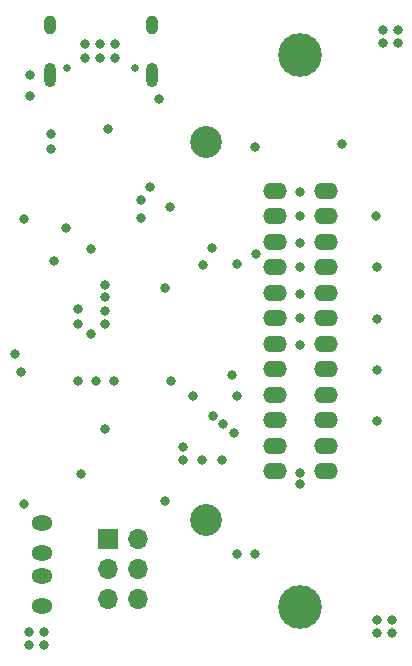
<source format=gbs>
%TF.GenerationSoftware,KiCad,Pcbnew,8.0.5*%
%TF.CreationDate,2024-10-26T16:59:59+13:00*%
%TF.ProjectId,usb_gpib_v2,7573625f-6770-4696-925f-76322e6b6963,C*%
%TF.SameCoordinates,Original*%
%TF.FileFunction,Soldermask,Bot*%
%TF.FilePolarity,Negative*%
%FSLAX46Y46*%
G04 Gerber Fmt 4.6, Leading zero omitted, Abs format (unit mm)*
G04 Created by KiCad (PCBNEW 8.0.5) date 2024-10-26 16:59:59*
%MOMM*%
%LPD*%
G01*
G04 APERTURE LIST*
%ADD10C,2.700000*%
%ADD11O,1.800000X1.300000*%
%ADD12C,0.650000*%
%ADD13O,1.000000X2.100000*%
%ADD14O,1.000000X1.600000*%
%ADD15O,2.000000X1.400000*%
%ADD16C,3.700000*%
%ADD17R,1.700000X1.700000*%
%ADD18O,1.700000X1.700000*%
%ADD19C,0.800000*%
G04 APERTURE END LIST*
D10*
%TO.C,H1*%
X115000000Y-108000800D03*
%TD*%
%TO.C,H2*%
X115000000Y-75996800D03*
%TD*%
D11*
%TO.C,LED2*%
X101092000Y-115296000D03*
X101092000Y-112766000D03*
%TD*%
D12*
%TO.C,J2*%
X108990000Y-69775000D03*
X103210000Y-69775000D03*
D13*
X110420000Y-70305000D03*
D14*
X110420000Y-66125000D03*
D13*
X101780000Y-70305000D03*
D14*
X101780000Y-66125000D03*
%TD*%
D11*
%TO.C,LED3*%
X101092000Y-110770000D03*
X101092000Y-108240000D03*
%TD*%
D15*
%TO.C,J1*%
X120855000Y-103880000D03*
X120855000Y-101720000D03*
X120855000Y-99560000D03*
X120855000Y-97400000D03*
X120855000Y-95240000D03*
X120855000Y-93080000D03*
X120855000Y-90920000D03*
X120855000Y-88760000D03*
X120855000Y-86600000D03*
X120855000Y-84440000D03*
X120855000Y-82280000D03*
X120855000Y-80120000D03*
X125145000Y-103880000D03*
X125145000Y-101720000D03*
X125145000Y-99560000D03*
X125145000Y-97400000D03*
X125145000Y-95240000D03*
X125145000Y-93080000D03*
X125145000Y-90920000D03*
X125145000Y-88760000D03*
X125145000Y-86600000D03*
X125145000Y-84440000D03*
X125145000Y-82280000D03*
X125145000Y-80120000D03*
D16*
X123000000Y-115400000D03*
X123000000Y-68600000D03*
%TD*%
D17*
%TO.C,J3*%
X106680000Y-109601000D03*
D18*
X109220000Y-109601000D03*
X106680000Y-112141000D03*
X109220000Y-112141000D03*
X106680000Y-114681000D03*
X109220000Y-114681000D03*
%TD*%
D19*
X101900000Y-75312500D03*
X106680000Y-74930000D03*
X122936000Y-88900000D03*
X129500000Y-95300000D03*
X131275000Y-67600000D03*
X130775000Y-117550000D03*
X100076000Y-70358000D03*
X104800000Y-67700000D03*
X99314000Y-95504000D03*
X106426000Y-100330000D03*
X107275000Y-67700000D03*
X109474000Y-82420000D03*
X114730000Y-86410000D03*
X129525000Y-116450000D03*
X106050000Y-67700000D03*
X103124000Y-83312000D03*
X113919000Y-97536000D03*
X106050000Y-68900000D03*
X122936000Y-84582000D03*
X106426000Y-88138000D03*
X122936000Y-90932000D03*
X106426000Y-90297000D03*
X100050000Y-117525000D03*
X130025000Y-66500000D03*
X112014000Y-96266000D03*
X100076000Y-72136000D03*
X110998000Y-72390000D03*
X104800000Y-68900000D03*
X129500000Y-86625000D03*
X99568000Y-106680000D03*
X119253000Y-85471000D03*
X101300000Y-117525000D03*
X126492000Y-76200000D03*
X113060000Y-102900000D03*
X107188000Y-96266000D03*
X101900000Y-76562500D03*
X114700000Y-102925000D03*
X123000000Y-104000000D03*
X122936000Y-93218000D03*
X119140000Y-110880000D03*
X122936000Y-86614000D03*
X104140000Y-96266000D03*
X122936000Y-80264000D03*
X116332000Y-102925000D03*
X106426000Y-91440000D03*
X104140000Y-90170000D03*
X106426000Y-89154000D03*
X117602000Y-86360000D03*
X100050000Y-118625000D03*
X101300000Y-118625000D03*
X99568000Y-82550000D03*
X111506000Y-106426000D03*
X122990000Y-104950000D03*
X131275000Y-66500000D03*
X117680000Y-110920000D03*
X113030000Y-101854000D03*
X111506000Y-88392000D03*
X117602000Y-97536000D03*
X129525000Y-117550000D03*
X129500000Y-90975000D03*
X102108000Y-86106000D03*
X130775000Y-116450000D03*
X109474000Y-80900000D03*
X98806000Y-93980000D03*
X119126000Y-76454000D03*
X130025000Y-67600000D03*
X122936000Y-82296000D03*
X107300000Y-68900000D03*
X129425000Y-82296000D03*
X104140000Y-91440000D03*
X129500000Y-99625000D03*
X104394000Y-104140000D03*
X105250000Y-92296000D03*
X105664000Y-96266000D03*
X117210076Y-95759862D03*
X115537500Y-84937500D03*
X105250000Y-85090000D03*
X117348000Y-100635647D03*
X116459355Y-99911147D03*
X115570000Y-99186647D03*
X110250000Y-79775000D03*
X111949500Y-81500000D03*
M02*

</source>
